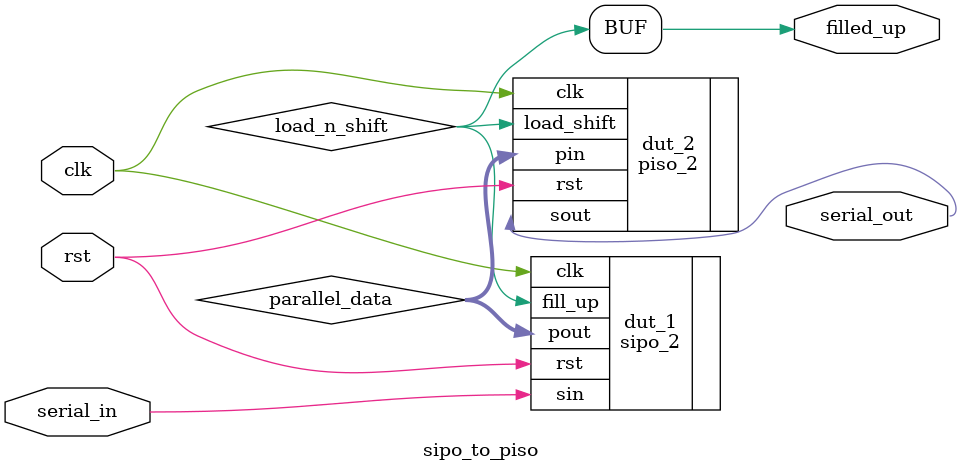
<source format=sv>
module sipo_to_piso(
  input logic clk, rst,
  input logic serial_in,
  output logic serial_out,
  output logic filled_up
);

  logic load_n_shift;
  logic [15:0] parallel_data;

  sipo_2 dut_1(.clk(clk), .rst(rst), .sin(serial_in), .pout(parallel_data), .fill_up(load_n_shift));
  piso_2 dut_2(.clk(clk), .rst(rst), .load_shift(load_n_shift), .pin(parallel_data), .sout(serial_out));

  assign filled_up = load_n_shift;

endmodule

</source>
